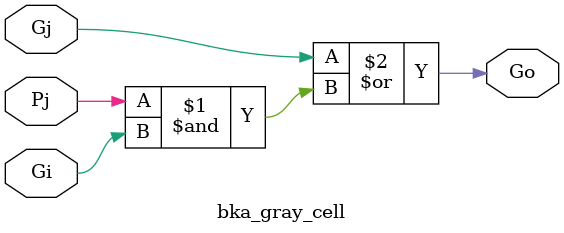
<source format=v>
`timescale 1ns / 1ps

module bka_gray_cell (
    input  wire Gi,
    input  wire Pj, Gj,
    output wire Go
);
    assign Go = Gj | (Pj & Gi);
endmodule


</source>
